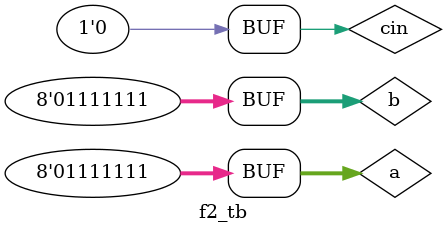
<source format=v>
module f2_tb();

	reg [7:0]a;
	reg [7:0]b;
	reg cin;
	wire [7:0]s;
	wire cout;
	wire overflow;
	
	f2 f2(cin,a,b,cout,overflow,s);
	
	initial begin
		$dumpfile("f2.vcd");
		$dumpvars(0,f2_tb);

		a=8'b00000011;
		b=8'b00000011;
		cin=0;
		#20;
		a=8'b11111001;
		b=8'b11111001;
		#20;
		a=8'b10000001;
		b=8'b10000001;
		#20;
		a=8'b11111101;
		b=8'b00000111;
		#20;
		a=8'b01111111;
		b=8'b01111111;
		#20;
	end

endmodule
</source>
